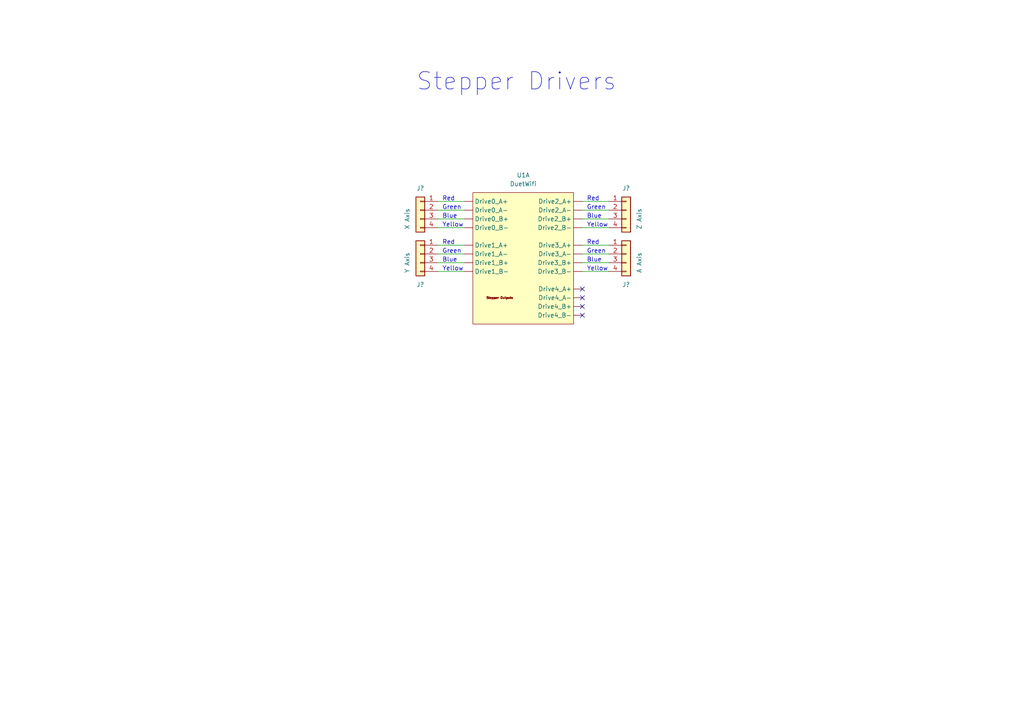
<source format=kicad_sch>
(kicad_sch (version 20211123) (generator eeschema)
  (paper "A4")
  (title_block (title "Stepper Drivers"))
  (lib_symbols
    (symbol "Connector_Generic:Conn_01x04" (pin_names (offset 1.016) hide)
      (property "Reference" "J" (at 0 5.08 0))
      (property "Value" "Conn_01x04" (at 0 -7.62 0))
      (symbol "Conn_01x04_1_1"
        (rectangle (start -1.27 -4.953) (end 0 -5.207) (stroke (width 0.1524)))
        (rectangle (start -1.27 -2.413) (end 0 -2.667) (stroke (width 0.1524)))
        (rectangle (start -1.27 0.127) (end 0 -0.127) (stroke (width 0.1524)))
        (rectangle (start -1.27 2.667) (end 0 2.413) (stroke (width 0.1524)))
        (rectangle (start -1.27 3.81) (end 1.27 -6.35) (stroke (width 0.254)) (fill (type background)))
        (pin passive line (at -5.08 2.54 0) (length 3.81) (name "Pin_1") (number "1"))
        (pin passive line (at -5.08 0 0) (length 3.81) (name "Pin_2") (number "2"))
        (pin passive line (at -5.08 -2.54 0) (length 3.81) (name "Pin_3") (number "3"))
        (pin passive line (at -5.08 -5.08 0) (length 3.81) (name "Pin_4") (number "4"))
      )
    )
    (symbol "DuetWifi_7"
      (property "Reference" "U" (at 5.08 2.54 0))
      (property "Value" "DuetWifi_7" (at -5.08 2.54 0))
      (symbol "DuetWifi_7_1_0"
        (text "Stepper Outputs" (at -10.16 -30.48 0) (effects (font (size 0.635 0.635)) (justify left)))
        (text "Stepper Outputs" (at -10.16 -30.48 0) (effects (font (size 0.635 0.635)) (justify left)))
      )
      (symbol "DuetWifi_7_1_1"
        (rectangle (start -13.97 0) (end 15.24 -38.1) (fill (type background)))
        (pin output line (at -16.51 -2.54 0) (length 2.54) (name "Drive0_A+") (number ""))
        (pin output line (at -16.51 -5.08 0) (length 2.54) (name "Drive0_A-") (number ""))
        (pin output line (at -16.51 -7.62 0) (length 2.54) (name "Drive0_B+") (number ""))
        (pin output line (at -16.51 -10.16 0) (length 2.54) (name "Drive0_B-") (number ""))
        (pin output line (at -16.51 -15.24 0) (length 2.54) (name "Drive1_A+") (number ""))
        (pin output line (at -16.51 -17.78 0) (length 2.54) (name "Drive1_A-") (number ""))
        (pin output line (at -16.51 -20.32 0) (length 2.54) (name "Drive1_B+") (number ""))
        (pin output line (at -16.51 -22.86 0) (length 2.54) (name "Drive1_B-") (number ""))
        (pin output line (at 17.78 -2.54 180) (length 2.54) (name "Drive2_A+") (number ""))
        (pin output line (at 17.78 -5.08 180) (length 2.54) (name "Drive2_A-") (number ""))
        (pin output line (at 17.78 -7.62 180) (length 2.54) (name "Drive2_B+") (number ""))
        (pin output line (at 17.78 -10.16 180) (length 2.54) (name "Drive2_B-") (number ""))
        (pin output line (at 17.78 -15.24 180) (length 2.54) (name "Drive3_A+") (number ""))
        (pin output line (at 17.78 -17.78 180) (length 2.54) (name "Drive3_A-") (number ""))
        (pin output line (at 17.78 -20.32 180) (length 2.54) (name "Drive3_B+") (number ""))
        (pin output line (at 17.78 -22.86 180) (length 2.54) (name "Drive3_B-") (number ""))
        (pin output line (at 17.78 -27.94 180) (length 2.54) (name "Drive4_A+") (number ""))
        (pin output line (at 17.78 -30.48 180) (length 2.54) (name "Drive4_A-") (number ""))
        (pin output line (at 17.78 -33.02 180) (length 2.54) (name "Drive4_B+") (number ""))
        (pin output line (at 17.78 -35.56 180) (length 2.54) (name "Drive4_B-") (number ""))
      )
      (symbol "DuetWifi_7_2_0"
        (rectangle (start -11.43 0) (end 11.43 -30.48) (fill (type background)))
        (text "End Stops" (at 0 -12.7 0) (effects (font (size 0.635 0.635))))
      )
      (symbol "DuetWifi_7_2_1"
        (pin power_out line (at -13.97 -22.86 0) (length 2.54) (name "3.3V") (number ""))
        (pin power_out line (at -13.97 -13.97 0) (length 2.54) (name "3.3V") (number ""))
        (pin power_out line (at 13.97 -20.32 180) (length 2.54) (name "3.3V") (number ""))
        (pin power_out line (at 13.97 -13.97 180) (length 2.54) (name "3.3V") (number ""))
        (pin power_out line (at 13.97 -5.08 180) (length 2.54) (name "3.3V") (number ""))
        (pin bidirectional line (at -13.97 -5.08 0) (length 2.54) (name "DIR11/LCD_E") (number ""))
        (pin input line (at 13.97 -7.62 180) (length 2.54) (name "E0_STOP") (number ""))
        (pin input line (at 13.97 -16.51 180) (length 2.54) (name "E1_STOP") (number ""))
        (pin power_out line (at -13.97 -20.32 0) (length 2.54) (name "GND") (number ""))
        (pin power_out line (at -13.97 -11.43 0) (length 2.54) (name "GND") (number ""))
        (pin power_out line (at -13.97 -2.54 0) (length 2.54) (name "GND") (number ""))
        (pin power_out line (at 13.97 -25.4 180) (length 2.54) (name "GND") (number ""))
        (pin power_out line (at 13.97 -11.43 180) (length 2.54) (name "GND") (number ""))
        (pin power_out line (at 13.97 -2.54 180) (length 2.54) (name "GND") (number ""))
        (pin input line (at -13.97 -25.4 0) (length 2.54) (name "X_STOP") (number ""))
        (pin input line (at -13.97 -16.51 0) (length 2.54) (name "Y_STOP") (number ""))
        (pin input line (at 13.97 -27.94 180) (length 2.54) (name "Z_PROBE_IN") (number ""))
        (pin output line (at 13.97 -22.86 180) (length 2.54) (name "Z_PROBE_MOD") (number ""))
        (pin input line (at -13.97 -7.62 0) (length 2.54) (name "Z_STOP") (number ""))
      )
      (symbol "DuetWifi_7_3_0"
        (rectangle (start -13.97 0) (end 15.24 -22.86) (fill (type background)))
        (text "Bed Output" (at 8.89 -20.32 0) (effects (font (size 0.635 0.635)) (justify left)))
        (text "Temp Sensors" (at -11.43 -20.32 0) (effects (font (size 0.635 0.635)) (justify left)))
      )
      (symbol "DuetWifi_7_3_1"
        (pin output line (at 17.78 -5.08 180) (length 2.54) (name "Bed-") (number ""))
        (pin output line (at 17.78 -11.43 180) (length 2.54) (name "E0") (number ""))
        (pin output line (at 17.78 -17.78 180) (length 2.54) (name "E1") (number ""))
        (pin input line (at -16.51 -2.54 0) (length 2.54) (name "Thermistor0+") (number ""))
        (pin input line (at -16.51 -5.08 0) (length 2.54) (name "Thermistor0-") (number ""))
        (pin input line (at -16.51 -8.89 0) (length 2.54) (name "Thermistor1+") (number ""))
        (pin input line (at -16.51 -11.43 0) (length 2.54) (name "Thermistor1-") (number ""))
        (pin input line (at -16.51 -15.24 0) (length 2.54) (name "Thermistor2+") (number ""))
        (pin input line (at -16.51 -17.78 0) (length 2.54) (name "Thermistor2-") (number ""))
        (pin power_in line (at 17.78 -15.24 180) (length 2.54) (name "VIN") (number ""))
        (pin power_in line (at 17.78 -8.89 180) (length 2.54) (name "VIN") (number ""))
        (pin power_in line (at 17.78 -2.54 180) (length 2.54) (name "VIN") (number ""))
      )
      (symbol "DuetWifi_7_4_0"
        (text "Always On Fans" (at -5.08 -22.86 0) (effects (font (size 0.635 0.635)) (justify left)))
        (text "Main Power" (at -5.08 -3.81 0) (effects (font (size 0.635 0.635)) (justify left)))
        (text "PMW Fans" (at 6.35 -17.78 0) (effects (font (size 0.635 0.635)) (justify left)))
        (text "PSU Wakeup" (at -5.08 -12.7 0) (effects (font (size 0.635 0.635)) (justify left)))
      )
      (symbol "DuetWifi_7_4_1"
        (rectangle (start -12.7 0) (end 12.7 -29.21) (fill (type background)))
        (pin power_in line (at -15.24 -2.54 0) (length 2.54) (name "24V+") (number ""))
        (pin power_in line (at -15.24 -10.16 0) (length 2.54) (name "5V+") (number ""))
        (pin output line (at 15.24 -2.54 180) (length 2.54) (name "Fan0+") (number ""))
        (pin output line (at 15.24 -5.08 180) (length 2.54) (name "Fan0-") (number ""))
        (pin output line (at 15.24 -7.62 180) (length 2.54) (name "Fan1+") (number ""))
        (pin output line (at 15.24 -10.16 180) (length 2.54) (name "Fan1-") (number ""))
        (pin output line (at 15.24 -12.7 180) (length 2.54) (name "Fan2+") (number ""))
        (pin output line (at 15.24 -15.24 180) (length 2.54) (name "Fan2-") (number ""))
        (pin output line (at -15.24 -26.67 0) (length 2.54) (name "GND") (number ""))
        (pin output line (at -15.24 -21.59 0) (length 2.54) (name "GND") (number ""))
        (pin power_in line (at -15.24 -15.24 0) (length 2.54) (name "GND") (number ""))
        (pin power_in line (at -15.24 -5.08 0) (length 2.54) (name "GND") (number ""))
        (pin input line (at -15.24 -12.7 0) (length 2.54) (name "PS_ON") (number ""))
        (pin output line (at -15.24 -24.13 0) (length 2.54) (name "V_Fan") (number ""))
        (pin output line (at -15.24 -19.05 0) (length 2.54) (name "V_Fan") (number ""))
      )
      (symbol "DuetWifi_7_5_0"
        (text "LCD" (at -11.43 -12.7 0) (effects (font (size 0.635 0.635)) (justify left)))
        (text "Panel Due" (at 0 -1.27 0) (effects (font (size 0.635 0.635))))
      )
      (symbol "DuetWifi_7_5_1"
        (rectangle (start -12.7 0) (end 11.43 -13.97) (fill (type background)))
        (pin power_out line (at -15.24 -2.54 0) (length 2.54) (name "+5V") (number ""))
        (pin power_out line (at -15.24 -5.08 0) (length 2.54) (name "GND") (number ""))
        (pin input line (at -15.24 -7.62 0) (length 2.54) (name "URXD0") (number ""))
        (pin output line (at -15.24 -10.16 0) (length 2.54) (name "UTXD0") (number ""))
      )
      (symbol "DuetWifi_7_6_0"
        (rectangle (start -15.24 0) (end 15.24 -15.24) (fill (type background)))
        (text "Temp DaughterBoard" (at -1.27 -2.54 0) (effects (font (size 0.635 0.635))))
      )
      (symbol "DuetWifi_7_6_1"
        (pin no_connect line (at -17.78 -2.54 0) (length 2.54) (name "NC") (number "10"))
        (pin power_out line (at -17.78 -12.7 0) (length 2.54) (name "GND") (number "2"))
        (pin bidirectional line (at 17.78 -10.16 180) (length 2.54) (name "SPI_CS1") (number "3"))
        (pin bidirectional line (at 17.78 -12.7 180) (length 2.54) (name "SPI_CS2") (number "3"))
        (pin bidirectional line (at -17.78 -10.16 0) (length 2.54) (name "SPI_SCK") (number "4"))
        (pin bidirectional line (at 17.78 -7.62 180) (length 2.54) (name "SPI_MOSI") (number "5"))
        (pin bidirectional line (at -17.78 -7.62 0) (length 2.54) (name "SPI_MISO") (number "6"))
        (pin bidirectional line (at 17.78 -5.08 180) (length 2.54) (name "SPI_CS3") (number "7"))
        (pin power_out line (at -17.78 -5.08 0) (length 2.54) (name "3.3V+") (number "8"))
        (pin bidirectional line (at 17.78 -2.54 180) (length 2.54) (name "SPI_CS4") (number "9"))
      )
      (symbol "DuetWifi_7_7_0"
        (rectangle (start -17.78 0) (end 16.51 -68.58) (fill (type background)))
        (text "E2 = Drive5" (at -3.81 -5.08 0) (effects (font (size 0.635 0.635)) (justify left)))
        (text "E3 = Drive6" (at -3.81 -6.35 0) (effects (font (size 0.635 0.635)) (justify left)))
        (text "E4 = Drive7" (at -3.81 -7.62 0) (effects (font (size 0.635 0.635)) (justify left)))
        (text "E5 = Drive8" (at -3.81 -8.89 0) (effects (font (size 0.635 0.635)) (justify left)))
        (text "E6 = Drive9" (at -3.81 -10.16 0) (effects (font (size 0.635 0.635)) (justify left)))
        (text "Expansion" (at -1.27 -2.54 0) (effects (font (size 0.635 0.635))))
      )
      (symbol "DuetWifi_7_7_1"
        (pin power_out line (at -20.32 -2.54 0) (length 2.54) (name "+5V") (number "1"))
        (pin bidirectional line (at 19.05 -15.24 180) (length 2.54) (name "E3_En") (number "10"))
        (pin bidirectional line (at -20.32 -15.24 0) (length 2.54) (name "E3_Dir") (number "11"))
        (pin bidirectional line (at 19.05 -17.78 180) (length 2.54) (name "E4_Stop") (number "12"))
        (pin bidirectional line (at -20.32 -17.78 0) (length 2.54) (name "Heater4") (number "13"))
        (pin bidirectional line (at 19.05 -20.32 180) (length 2.54) (name "E4_Dir") (number "14"))
        (pin bidirectional line (at -20.32 -20.32 0) (length 2.54) (name "E4_Step") (number "15"))
        (pin bidirectional line (at 19.05 -22.86 180) (length 2.54) (name "Heater5") (number "16"))
        (pin bidirectional line (at -20.32 -22.86 0) (length 2.54) (name "E4_En") (number "17"))
        (pin bidirectional line (at 19.05 -25.4 180) (length 2.54) (name "E5_Step") (number "18"))
        (pin bidirectional line (at -20.32 -25.4 0) (length 2.54) (name "E5_Stop") (number "19"))
        (pin power_out line (at 19.05 -2.54 180) (length 2.54) (name "GND") (number "2"))
        (pin bidirectional line (at 19.05 -27.94 180) (length 2.54) (name "E5_En") (number "20"))
        (pin bidirectional line (at -20.32 -27.94 0) (length 2.54) (name "E5_Dir") (number "21"))
        (pin bidirectional line (at 19.05 -30.48 180) (length 2.54) (name "E5_En") (number "22"))
        (pin bidirectional line (at -20.32 -30.48 0) (length 2.54) (name "Heater6") (number "23"))
        (pin bidirectional line (at 19.05 -33.02 180) (length 2.54) (name "E6_Stop") (number "24"))
        (pin bidirectional line (at -20.32 -33.02 0) (length 2.54) (name "E6_Step") (number "25"))
        (pin bidirectional line (at 19.05 -35.56 180) (length 2.54) (name "E6_Dir") (number "26"))
        (pin bidirectional line (at -20.32 -35.56 0) (length 2.54) (name "E6_En") (number "27"))
        (pin bidirectional line (at 19.05 -38.1 180) (length 2.54) (name "ENN") (number "28"))
        (pin bidirectional line (at -20.32 -38.1 0) (length 2.54) (name "PB6/TMS") (number "29"))
        (pin power_out line (at -20.32 -5.08 0) (length 2.54) (name "+3.3V") (number "3"))
        (pin power_out line (at 19.05 -40.64 180) (length 2.54) (name "GND") (number "30"))
        (pin bidirectional line (at -20.32 -40.64 0) (length 2.54) (name "Heater7") (number "31"))
        (pin bidirectional line (at 19.05 -43.18 180) (length 2.54) (name "SPI1_SCK_BE") (number "32"))
        (pin bidirectional line (at -20.32 -43.18 0) (length 2.54) (name "SPI1_Mosi_B") (number "33"))
        (pin bidirectional line (at 19.05 -45.72 180) (length 2.54) (name "Spi1_MISO") (number "34"))
        (pin bidirectional line (at -20.32 -45.72 0) (length 2.54) (name "Thermistor3") (number "35"))
        (pin bidirectional line (at 19.05 -48.26 180) (length 2.54) (name "Thermistor4") (number "36"))
        (pin bidirectional line (at -20.32 -48.26 0) (length 2.54) (name "Thermistor5") (number "37"))
        (pin bidirectional line (at 19.05 -50.8 180) (length 2.54) (name "Thermistor6") (number "38"))
        (pin bidirectional line (at -20.32 -50.8 0) (length 2.54) (name "Thermistor7") (number "39"))
        (pin bidirectional line (at 19.05 -7.62 180) (length 2.54) (name "E2_Dir") (number "4"))
        (pin bidirectional line (at 19.05 -5.08 180) (length 2.54) (name "E2_Stop") (number "4"))
        (pin bidirectional line (at 19.05 -53.34 180) (length 2.54) (name "VSSA") (number "40"))
        (pin bidirectional line (at -20.32 -53.34 0) (length 2.54) (name "ADVREF") (number "41"))
        (pin power_out line (at 19.05 -55.88 180) (length 2.54) (name "GND") (number "42"))
        (pin power_out line (at -20.32 -55.88 0) (length 2.54) (name "+3.3V") (number "43"))
        (pin bidirectional line (at 19.05 -58.42 180) (length 2.54) (name "Reset") (number "44"))
        (pin bidirectional line (at -20.32 -58.42 0) (length 2.54) (name "TWDO") (number "45"))
        (pin bidirectional line (at 19.05 -60.96 180) (length 2.54) (name "TWCK0") (number "46"))
        (pin bidirectional line (at -20.32 -60.96 0) (length 2.54) (name "SPI0_SCK") (number "47"))
        (pin bidirectional line (at 19.05 -63.5 180) (length 2.54) (name "SPI0_MOSI") (number "48"))
        (pin bidirectional line (at -20.32 -63.5 0) (length 2.54) (name "SPI0_MISO") (number "49"))
        (pin bidirectional line (at -20.32 -7.62 0) (length 2.54) (name "E2_Step") (number "5"))
        (pin bidirectional line (at 19.05 -66.04 180) (length 2.54) (name "CS5") (number "50"))
        (pin bidirectional line (at 19.05 -10.16 180) (length 2.54) (name "Heater3") (number "6"))
        (pin bidirectional line (at -20.32 -10.16 0) (length 2.54) (name "E2_En") (number "7"))
        (pin bidirectional line (at 19.05 -12.7 180) (length 2.54) (name "E3_Step") (number "8"))
        (pin bidirectional line (at -20.32 -12.7 0) (length 2.54) (name "E3_Stop") (number "9"))
      )
      (symbol "DuetWifi_7_8_0"
        (text "Panel Due" (at -3.81 -1.27 0) (effects (font (size 0.635 0.635)) (justify left)))
        (text "SD Card" (at -1.27 -13.97 0) (effects (font (size 0.635 0.635))))
      )
      (symbol "DuetWifi_7_8_1"
        (rectangle (start -12.7 0) (end 11.43 -15.24) (fill (type background)))
        (pin bidirectional line (at -15.24 -2.54 0) (length 2.54) (name "UTXD0") (number "10"))
        (pin power_out line (at 13.97 -12.7 180) (length 2.54) (name "+5V") (number "2"))
        (pin power_out line (at -15.24 -12.7 0) (length 2.54) (name "GND") (number "2"))
        (pin bidirectional line (at 13.97 -10.16 180) (length 2.54) (name "SPI_CS0") (number "3"))
        (pin bidirectional line (at -15.24 -10.16 0) (length 2.54) (name "SPI_SCK") (number "4"))
        (pin bidirectional line (at 13.97 -7.62 180) (length 2.54) (name "SPI_MOSI") (number "5"))
        (pin bidirectional line (at -15.24 -7.62 0) (length 2.54) (name "SPI_MOSI") (number "6"))
        (pin bidirectional line (at 13.97 -5.08 180) (length 2.54) (name "ENC_SW") (number "7"))
        (pin power_out line (at -15.24 -5.08 0) (length 2.54) (name "+3.3V") (number "8"))
        (pin bidirectional line (at 13.97 -2.54 180) (length 2.54) (name "URXD0") (number "9"))
      )
      (symbol "DuetWifi_7_9_0"
        (text "Conn LCD" (at -2.54 -1.27 0) (effects (font (size 0.635 0.635)) (justify left)))
        (text "Stepper Channel 10/11" (at 0 -13.97 0) (effects (font (size 0.635 0.635))))
      )
      (symbol "DuetWifi_7_9_1"
        (rectangle (start -20.32 0) (end 19.05 -15.24) (fill (type background)))
        (pin power_out line (at 21.59 -12.7 180) (length 2.54) (name "+3.3V") (number "1"))
        (pin bidirectional line (at -22.86 -2.54 0) (length 2.54) (name "STP11/LCD_DB4") (number "10"))
        (pin power_out line (at -22.86 -12.7 0) (length 2.54) (name "GND") (number "2"))
        (pin bidirectional line (at 21.59 -10.16 180) (length 2.54) (name "STOP10/ENC_B") (number "3"))
        (pin bidirectional line (at -22.86 -10.16 0) (length 2.54) (name "STOP11/ENC_A") (number "4"))
        (pin bidirectional line (at 21.59 -7.62 180) (length 2.54) (name "EN10/LCD_DB7") (number "5"))
        (pin bidirectional line (at -22.86 -7.62 0) (length 2.54) (name "EN11/LCD_RS") (number "6"))
        (pin bidirectional line (at 21.59 -5.08 180) (length 2.54) (name "DIR10/LCD_DB6") (number "7"))
        (pin bidirectional line (at -22.86 -5.08 0) (length 2.54) (name "DIR11/LCD_E") (number "8"))
        (pin bidirectional line (at 21.59 -2.54 180) (length 2.54) (name "STP10/LCD_DB5") (number "9"))
      )
    )
  )
  (no_connect (at 168.91 86.36))
  (no_connect (at 168.91 83.82))
  (no_connect (at 168.91 91.44))
  (no_connect (at 168.91 88.9))
  (wire (pts (xy 127 73.66) (xy 134.62 73.66)))
  (wire (pts (xy 127 76.2) (xy 134.62 76.2)))
  (wire (pts (xy 168.91 71.12) (xy 176.53 71.12)))
  (wire (pts (xy 168.91 66.04) (xy 176.53 66.04)))
  (wire (pts (xy 168.91 76.2) (xy 176.53 76.2)))
  (wire (pts (xy 127 71.12) (xy 134.62 71.12)))
  (wire (pts (xy 127 63.5) (xy 134.62 63.5)))
  (wire (pts (xy 127 58.42) (xy 134.62 58.42)))
  (wire (pts (xy 168.91 58.42) (xy 176.53 58.42)))
  (wire (pts (xy 127 78.74) (xy 134.62 78.74)))
  (wire (pts (xy 168.91 78.74) (xy 176.53 78.74)))
  (wire (pts (xy 127 60.96) (xy 134.62 60.96)))
  (wire (pts (xy 168.91 63.5) (xy 176.53 63.5)))
  (wire (pts (xy 168.91 73.66) (xy 176.53 73.66)))
  (wire (pts (xy 127 66.04) (xy 134.62 66.04)))
  (wire (pts (xy 168.91 60.96) (xy 176.53 60.96)))
  (text "Blue" (at 128.27 63.5 0) (effects (font (size 1.27 1.27)) (justify left bottom)))
  (text "Red" (at 170.18 58.42 0) (effects (font (size 1.27 1.27)) (justify left bottom)))
  (text "Blue" (at 170.18 76.2 0) (effects (font (size 1.27 1.27)) (justify left bottom)))
  (text "Red" (at 128.27 58.42 0) (effects (font (size 1.27 1.27)) (justify left bottom)))
  (text "Yellow" (at 128.27 78.74 0) (effects (font (size 1.27 1.27)) (justify left bottom)))
  (text "Yellow" (at 170.18 78.74 0) (effects (font (size 1.27 1.27)) (justify left bottom)))
  (text "Red" (at 128.27 71.12 0) (effects (font (size 1.27 1.27)) (justify left bottom)))
  (text "Green" (at 170.18 73.66 0) (effects (font (size 1.27 1.27)) (justify left bottom)))
  (text "Green" (at 128.27 60.96 0) (effects (font (size 1.27 1.27)) (justify left bottom)))
  (text "Green" (at 128.27 73.66 0) (effects (font (size 1.27 1.27)) (justify left bottom)))
  (text "Green" (at 170.18 60.96 0) (effects (font (size 1.27 1.27)) (justify left bottom)))
  (text "Yellow" (at 128.27 66.04 0) (effects (font (size 1.27 1.27)) (justify left bottom)))
  (text "Red" (at 170.18 71.12 0) (effects (font (size 1.27 1.27)) (justify left bottom)))
  (text "Blue" (at 128.27 76.2 0) (effects (font (size 1.27 1.27)) (justify left bottom)))
  (text "Blue" (at 170.18 63.5 0) (effects (font (size 1.27 1.27)) (justify left bottom)))
  (text "Yellow" (at 170.18 66.04 0) (effects (font (size 1.27 1.27)) (justify left bottom)))
  (text "Stepper Drivers" (at 120.65 26.67 0) (effects (font (size 5.02 5.02)) (justify left bottom)))
  (symbol (lib_name "DuetWifi_7") (lib_id "Custom_Boards:DuetWifi") (at 151.13 55.88 0) (unit 1)
    (property "Reference" "U1" (at 151.765 50.8 0))
    (property "Value" "DuetWifi" (at 151.765 53.34 0))
  )
  (symbol (lib_id "Connector_Generic:Conn_01x04") (at 121.92 60.96 0) (mirror y) (unit 1)
    (property "Reference" "J?" (at 121.92 54.61 0))
    (property "Value" "X Axis" (at 118.11 63.5 90))
  )
  (symbol (lib_id "Connector_Generic:Conn_01x04") (at 181.61 73.66 0) (unit 1)
    (property "Reference" "J?" (at 181.61 82.55 0))
    (property "Value" "A Axis" (at 185.42 76.2 90))
  )
  (symbol (lib_id "Connector_Generic:Conn_01x04") (at 181.61 60.96 0) (unit 1)
    (property "Reference" "J?" (at 181.61 54.61 0))
    (property "Value" "Z Axis" (at 185.42 63.5 90))
  )
  (symbol (lib_id "Connector_Generic:Conn_01x04") (at 121.92 73.66 0) (mirror y) (unit 1)
    (property "Reference" "J?" (at 121.92 82.55 0))
    (property "Value" "Y Axis" (at 118.11 76.2 90))
  )
)
</source>
